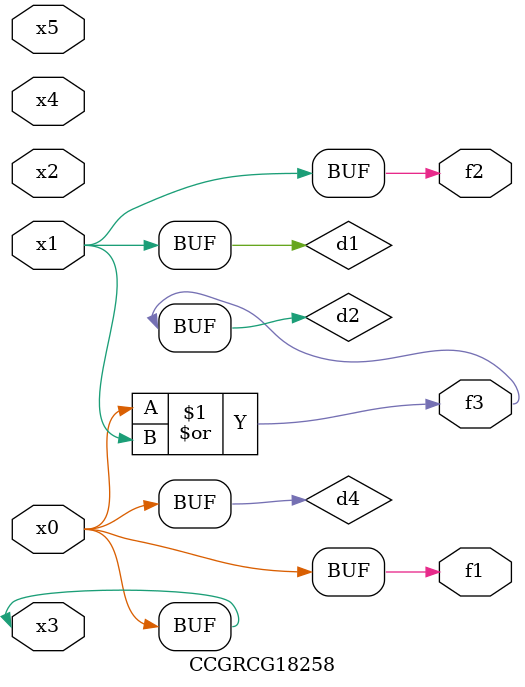
<source format=v>
module CCGRCG18258(
	input x0, x1, x2, x3, x4, x5,
	output f1, f2, f3
);

	wire d1, d2, d3, d4;

	and (d1, x1);
	or (d2, x0, x1);
	nand (d3, x0, x5);
	buf (d4, x0, x3);
	assign f1 = d4;
	assign f2 = d1;
	assign f3 = d2;
endmodule

</source>
